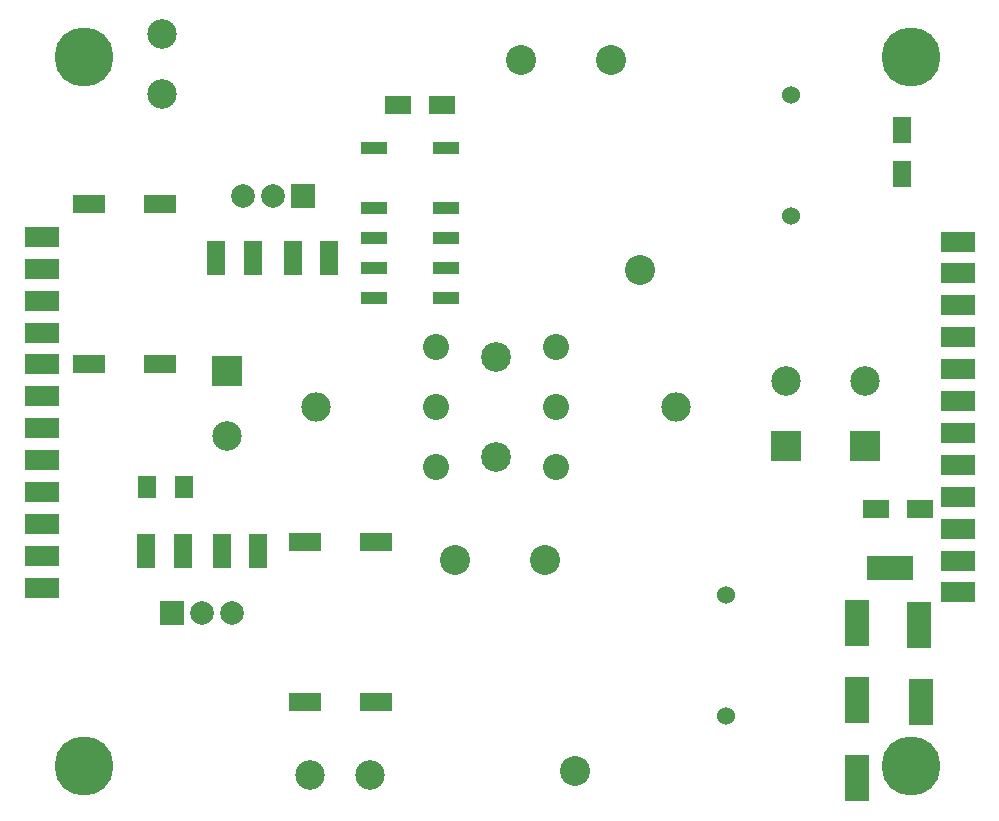
<source format=gbr>
%TF.GenerationSoftware,KiCad,Pcbnew,7.0.6-0*%
%TF.CreationDate,2023-08-01T13:46:47-04:00*%
%TF.ProjectId,Power Selector,506f7765-7220-4536-956c-6563746f722e,rev?*%
%TF.SameCoordinates,Original*%
%TF.FileFunction,Soldermask,Top*%
%TF.FilePolarity,Negative*%
%FSLAX46Y46*%
G04 Gerber Fmt 4.6, Leading zero omitted, Abs format (unit mm)*
G04 Created by KiCad (PCBNEW 7.0.6-0) date 2023-08-01 13:46:47*
%MOMM*%
%LPD*%
G01*
G04 APERTURE LIST*
%ADD10C,2.209800*%
%ADD11C,2.489200*%
%ADD12C,2.514600*%
%ADD13R,2.800000X1.600000*%
%ADD14R,1.600000X3.000000*%
%ADD15R,2.000000X4.000000*%
%ADD16R,3.000000X1.700000*%
%ADD17C,5.000000*%
%ADD18R,2.500000X2.500000*%
%ADD19C,2.500000*%
%ADD20R,1.630000X2.180400*%
%ADD21R,2.000000X2.000000*%
%ADD22C,2.000000*%
%ADD23C,2.540000*%
%ADD24C,1.524000*%
%ADD25R,2.200000X1.000000*%
%ADD26R,2.180400X1.630000*%
%ADD27R,1.600000X1.900000*%
%ADD28R,4.000000X2.000000*%
G04 APERTURE END LIST*
D10*
%TO.C,J205*%
X105720000Y-104880000D03*
X105720000Y-99800000D03*
X105720000Y-94720000D03*
X95560000Y-104880000D03*
X95560000Y-99800000D03*
X95560000Y-94720000D03*
D11*
X115880000Y-99800000D03*
X85400000Y-99800000D03*
D12*
X100640000Y-103999999D03*
X100640000Y-95600001D03*
%TD*%
D13*
%TO.C,F204*%
X72120000Y-82650000D03*
X66120000Y-82650000D03*
X72120000Y-96150000D03*
X66120000Y-96150000D03*
%TD*%
D14*
%TO.C,C204*%
X80470000Y-112000000D03*
X77370000Y-112000000D03*
%TD*%
D15*
%TO.C,TP1*%
X136600000Y-124800000D03*
%TD*%
D16*
%TO.C,J204*%
X139720000Y-85800000D03*
X139720000Y-88500000D03*
X139720000Y-91200000D03*
X139720000Y-93900000D03*
X139720000Y-96600000D03*
X139720000Y-99300000D03*
X139720000Y-102000000D03*
X139720000Y-104700000D03*
X139720000Y-107400000D03*
X139720000Y-110100000D03*
X139720000Y-112800000D03*
X139720000Y-115500000D03*
%TD*%
D14*
%TO.C,C201*%
X83370000Y-87200000D03*
X86470000Y-87200000D03*
%TD*%
D17*
%TO.C,H2*%
X135720000Y-130200000D03*
%TD*%
D16*
%TO.C,J206*%
X62120000Y-85400000D03*
X62120000Y-88100000D03*
X62120000Y-90800000D03*
X62120000Y-93500000D03*
X62120000Y-96200000D03*
X62120000Y-98900000D03*
X62120000Y-101600000D03*
X62120000Y-104300000D03*
X62120000Y-107000000D03*
X62120000Y-109700000D03*
X62120000Y-112400000D03*
X62120000Y-115100000D03*
%TD*%
D18*
%TO.C,J201*%
X77800000Y-96740000D03*
D19*
X77800000Y-102240000D03*
%TD*%
D15*
%TO.C,TP2*%
X136400000Y-118300000D03*
%TD*%
D13*
%TO.C,F203*%
X84400000Y-124750000D03*
X90400000Y-124750000D03*
X84400000Y-111250000D03*
X90400000Y-111250000D03*
%TD*%
D20*
%TO.C,D202*%
X135000000Y-76342800D03*
X135000000Y-80057200D03*
%TD*%
D19*
%TO.C,F202*%
X89940000Y-131000000D03*
X84860000Y-131000000D03*
%TD*%
D15*
%TO.C,TP4*%
X131200000Y-118100000D03*
%TD*%
D21*
%TO.C,U201*%
X84260000Y-81951800D03*
D22*
X81720000Y-81951800D03*
X79180000Y-81951800D03*
%TD*%
D14*
%TO.C,C203*%
X74070000Y-112000000D03*
X70970000Y-112000000D03*
%TD*%
D23*
%TO.C,K203*%
X102700000Y-70437989D03*
X110300000Y-70437989D03*
X112800000Y-88238106D03*
D24*
X125600000Y-73400000D03*
X125600000Y-83600000D03*
%TD*%
D25*
%TO.C,K202*%
X90269998Y-77850000D03*
X90269998Y-82930000D03*
X90269998Y-85470000D03*
X90269998Y-88010000D03*
X90269998Y-90550000D03*
X96370002Y-90550000D03*
X96370002Y-88010000D03*
X96370002Y-85470000D03*
X96370002Y-82930000D03*
X96370002Y-77850000D03*
%TD*%
D26*
%TO.C,D201*%
X92342800Y-74200000D03*
X96057200Y-74200000D03*
%TD*%
D17*
%TO.C,H3*%
X65720000Y-70200000D03*
%TD*%
D18*
%TO.C,J203*%
X131823200Y-103131500D03*
D19*
X131823200Y-97631500D03*
%TD*%
D27*
%TO.C,R201*%
X71050000Y-106600000D03*
X74150000Y-106600000D03*
%TD*%
D15*
%TO.C,TP6*%
X131200000Y-131200000D03*
%TD*%
D26*
%TO.C,D203*%
X132742800Y-108400000D03*
X136457200Y-108400000D03*
%TD*%
D19*
%TO.C,F201*%
X72320000Y-73340000D03*
X72320000Y-68260000D03*
%TD*%
D21*
%TO.C,U202*%
X73180000Y-117248200D03*
D22*
X75720000Y-117248200D03*
X78260000Y-117248200D03*
%TD*%
D23*
%TO.C,K201*%
X97150000Y-112787989D03*
X104750000Y-112787989D03*
X107250000Y-130588106D03*
D24*
X120050000Y-115750000D03*
X120050000Y-125950000D03*
%TD*%
D18*
%TO.C,J202*%
X125120000Y-103131500D03*
D19*
X125120000Y-97631500D03*
%TD*%
D17*
%TO.C,H4*%
X65720000Y-130200000D03*
%TD*%
D28*
%TO.C,TP5*%
X134000000Y-113400000D03*
%TD*%
D17*
%TO.C,H1*%
X135720000Y-70200000D03*
%TD*%
D15*
%TO.C,TP3*%
X131200000Y-124600000D03*
%TD*%
D14*
%TO.C,C202*%
X76920000Y-87200000D03*
X80020000Y-87200000D03*
%TD*%
M02*

</source>
